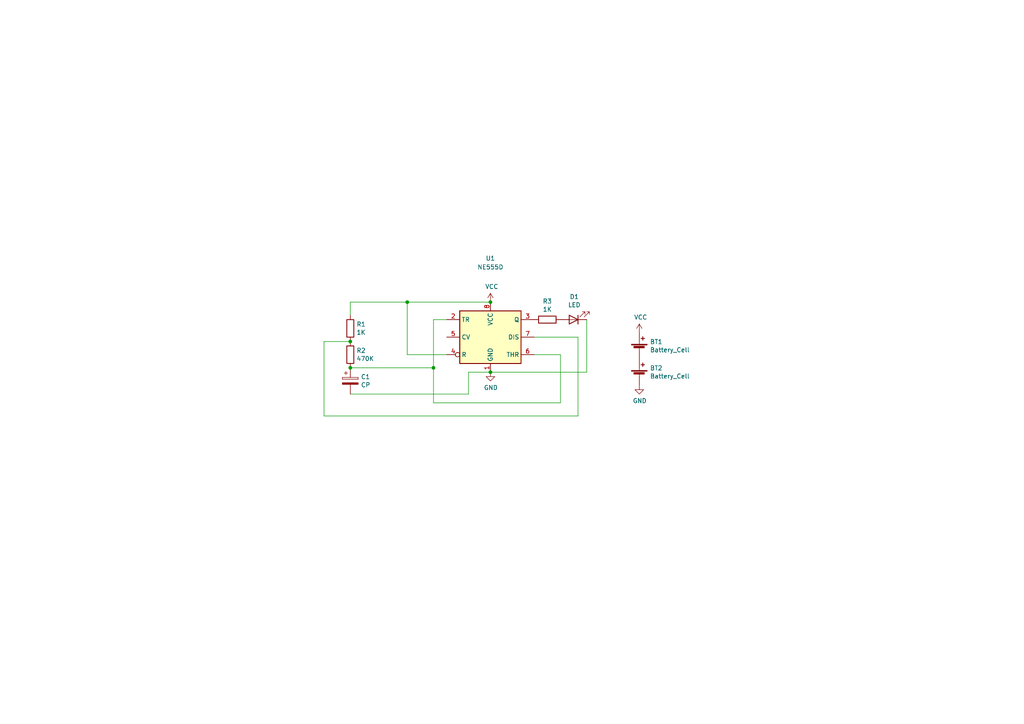
<source format=kicad_sch>
(kicad_sch (version 20211123) (generator eeschema)
  (paper "A4")
  (title_block (title "555 Timer LED Flasher") (date "2020-05-24") (rev "V1.0") (company "www.ArnabKumarDas.com") (comment 1 "Open Source Project"))
  (lib_symbols
    (symbol "555-Timer-LED-Flasher-rescue:CP-Device" (pin_numbers hide) (pin_names (offset 0.254))
      (property "Reference" "C" (at 0.635 2.54 0))
      (property "Value" "CP-Device" (at 0.635 -2.54 0))
      (symbol "CP-Device_0_1"
        (rectangle (start -2.286 0.508) (end -2.286 1.016))
        (rectangle (start -2.286 0.508) (end 2.286 0.508))
        (polyline (pts (xy -1.778 2.286) (xy -0.762 2.286)))
        (polyline (pts (xy -1.27 2.794) (xy -1.27 1.778)))
        (rectangle (start 2.286 -0.508) (end -2.286 -1.016) (fill (type outline)))
        (rectangle (start 2.286 1.016) (end -2.286 1.016))
        (rectangle (start 2.286 1.016) (end 2.286 0.508))
      )
      (symbol "CP-Device_1_1"
        (pin passive line (at 0 3.81 270) (length 2.794) (name "~") (number "1"))
        (pin passive line (at 0 -3.81 90) (length 2.794) (name "~") (number "2"))
      )
    )
    (symbol "555-Timer-LED-Flasher-rescue:NE555D-Timer"
      (property "Reference" "U" (at -10.16 8.89 0))
      (property "Value" "555-Timer-LED-Flasher-rescue_NE555D-Timer" (at 2.54 8.89 0))
      (symbol "NE555D-Timer_0_0"
        (pin power_in line (at 0 -10.16 90) (length 2.54) (name "GND") (number "1"))
        (pin power_in line (at 0 10.16 270) (length 2.54) (name "VCC") (number "8"))
      )
      (symbol "NE555D-Timer_0_1"
        (rectangle (start -8.89 -7.62) (end 8.89 7.62) (stroke (width 0.254)) (fill (type background)))
        (rectangle (start -8.89 -7.62) (end 8.89 7.62) (stroke (width 0.254)) (fill (type background)))
      )
      (symbol "NE555D-Timer_1_1"
        (pin input line (at -12.7 5.08 0) (length 3.81) (name "TR") (number "2"))
        (pin output line (at 12.7 5.08 180) (length 3.81) (name "Q") (number "3"))
        (pin input inverted (at -12.7 -5.08 0) (length 3.81) (name "R") (number "4"))
        (pin input line (at -12.7 0 0) (length 3.81) (name "CV") (number "5"))
        (pin input line (at 12.7 -5.08 180) (length 3.81) (name "THR") (number "6"))
        (pin input line (at 12.7 0 180) (length 3.81) (name "DIS") (number "7"))
      )
    )
    (symbol "Device:Battery_Cell" (pin_numbers hide) (pin_names (offset 0) hide)
      (property "Reference" "BT" (at 2.54 2.54 0))
      (property "Value" "Battery_Cell" (at 2.54 0 0))
      (symbol "Battery_Cell_0_1"
        (rectangle (start -2.286 1.778) (end 2.286 1.524) (fill (type outline)))
        (rectangle (start -1.5748 1.1938) (end 1.4732 0.6858) (fill (type outline)))
        (polyline (pts (xy 0 0.762) (xy 0 0)))
        (polyline (pts (xy 0 1.778) (xy 0 2.54)))
        (polyline (pts (xy 0.508 3.429) (xy 1.524 3.429)) (stroke (width 0.254)))
        (polyline (pts (xy 1.016 3.937) (xy 1.016 2.921)) (stroke (width 0.254)))
      )
      (symbol "Battery_Cell_1_1"
        (pin passive line (at 0 5.08 270) (length 2.54) (name "+") (number "1"))
        (pin passive line (at 0 -2.54 90) (length 2.54) (name "-") (number "2"))
      )
    )
    (symbol "Device:LED" (pin_numbers hide) (pin_names (offset 1.016) hide)
      (property "Reference" "D" (at 0 2.54 0))
      (property "Value" "LED" (at 0 -2.54 0))
      (symbol "LED_0_1"
        (polyline (pts (xy -1.27 -1.27) (xy -1.27 1.27)) (stroke (width 0.254)))
        (polyline (pts (xy -1.27 0) (xy 1.27 0)))
        (polyline (pts (xy 1.27 -1.27) (xy 1.27 1.27) (xy -1.27 0) (xy 1.27 -1.27)) (stroke (width 0.254)))
        (polyline (pts (xy -3.048 -0.762) (xy -4.572 -2.286) (xy -3.81 -2.286) (xy -4.572 -2.286) (xy -4.572 -1.524)))
        (polyline (pts (xy -1.778 -0.762) (xy -3.302 -2.286) (xy -2.54 -2.286) (xy -3.302 -2.286) (xy -3.302 -1.524)))
      )
      (symbol "LED_1_1"
        (pin passive line (at -3.81 0 0) (length 2.54) (name "K") (number "1"))
        (pin passive line (at 3.81 0 180) (length 2.54) (name "A") (number "2"))
      )
    )
    (symbol "Device:R" (pin_numbers hide) (pin_names (offset 0))
      (property "Reference" "R" (at 2.032 0 90))
      (property "Value" "R" (at 0 0 90))
      (symbol "R_0_1"
        (rectangle (start -1.016 -2.54) (end 1.016 2.54) (stroke (width 0.254)))
      )
      (symbol "R_1_1"
        (pin passive line (at 0 3.81 270) (length 1.27) (name "~") (number "1"))
        (pin passive line (at 0 -3.81 90) (length 1.27) (name "~") (number "2"))
      )
    )
    (symbol "power:GND" (power) (pin_names (offset 0))
      (property "Value" "GND" (at 0 -3.81 0))
      (symbol "GND_0_1"
        (polyline (pts (xy 0 0) (xy 0 -1.27) (xy 1.27 -1.27) (xy 0 -2.54) (xy -1.27 -1.27) (xy 0 -1.27)))
      )
      (symbol "GND_1_1"
        (pin power_in line (at 0 0 270) (length 0) hide (name "GND") (number "1"))
      )
    )
    (symbol "power:VCC" (power) (pin_names (offset 0))
      (property "Value" "VCC" (at 0 3.81 0))
      (symbol "VCC_0_1"
        (polyline (pts (xy -0.762 1.27) (xy 0 2.54)))
        (polyline (pts (xy 0 0) (xy 0 2.54)))
        (polyline (pts (xy 0 2.54) (xy 0.762 1.27)))
      )
      (symbol "VCC_1_1"
        (pin power_in line (at 0 0 90) (length 0) hide (name "VCC") (number "1"))
      )
    )
  )
  (junction (at 118.11 87.63))
  (junction (at 101.6 106.68))
  (junction (at 142.24 107.95))
  (junction (at 142.24 87.63))
  (junction (at 101.6 99.06))
  (junction (at 125.73 106.68))
  (wire (pts (xy 125.73 106.68) (xy 125.73 92.71)))
  (wire (pts (xy 118.11 87.63) (xy 142.24 87.63)))
  (wire (pts (xy 101.6 114.3) (xy 135.89 114.3)))
  (wire (pts (xy 93.98 120.65) (xy 167.64 120.65)))
  (wire (pts (xy 142.24 107.95) (xy 170.18 107.95)))
  (wire (pts (xy 135.89 114.3) (xy 135.89 107.95)))
  (wire (pts (xy 93.98 99.06) (xy 93.98 120.65)))
  (wire (pts (xy 125.73 116.84) (xy 125.73 106.68)))
  (wire (pts (xy 167.64 97.79) (xy 154.94 97.79)))
  (wire (pts (xy 162.56 116.84) (xy 125.73 116.84)))
  (wire (pts (xy 101.6 99.06) (xy 93.98 99.06)))
  (wire (pts (xy 129.54 102.87) (xy 118.11 102.87)))
  (wire (pts (xy 125.73 92.71) (xy 129.54 92.71)))
  (wire (pts (xy 101.6 91.44) (xy 101.6 87.63)))
  (wire (pts (xy 118.11 102.87) (xy 118.11 87.63)))
  (wire (pts (xy 170.18 107.95) (xy 170.18 92.71)))
  (wire (pts (xy 167.64 120.65) (xy 167.64 97.79)))
  (wire (pts (xy 162.56 102.87) (xy 162.56 116.84)))
  (wire (pts (xy 135.89 107.95) (xy 142.24 107.95)))
  (wire (pts (xy 154.94 102.87) (xy 162.56 102.87)))
  (wire (pts (xy 101.6 106.68) (xy 125.73 106.68)))
  (wire (pts (xy 101.6 87.63) (xy 118.11 87.63)))
  (symbol (lib_id "555-Timer-LED-Flasher-rescue:NE555D-Timer") (at 142.24 97.79 0) (unit 1)
    (property "Reference" "U1" (at 142.24 74.93 0))
    (property "Value" "NE555D" (at 142.24 77.47 0))
    (property "Footprint" "Package_SO:SOIC-8_3.9x4.9mm_P1.27mm" (effects hide))
    (property "Datasheet" "http://www.ti.com/lit/ds/symlink/ne555.pdf" (effects hide))
  )
  (symbol (lib_id "Device:R") (at 158.75 92.71 270) (unit 1)
    (property "Reference" "R3" (at 158.75 87.376 90))
    (property "Value" "1K" (at 158.75 89.7382 90))
    (property "Footprint" "Resistor_SMD:R_01005_0402Metric" (effects hide))
  )
  (symbol (lib_id "555-Timer-LED-Flasher-rescue:CP-Device") (at 101.6 110.49 0) (unit 1)
    (property "Reference" "C1" (at 104.6734 109.2962 0) (effects (justify left)))
    (property "Value" "CP" (at 104.6734 111.6584 0) (effects (justify left)))
    (property "Footprint" "Capacitor_SMD:CP_Elec_4x3" (effects hide))
  )
  (symbol (lib_id "Device:LED") (at 166.37 92.71 180) (unit 1)
    (property "Reference" "D1" (at 166.5732 86.0806 0))
    (property "Value" "LED" (at 166.5732 88.4428 0))
    (property "Footprint" "LED_SMD:LED_0805_2012Metric" (effects hide))
  )
  (symbol (lib_id "Device:R") (at 101.6 95.25 0) (unit 1)
    (property "Reference" "R1" (at 103.378 94.0562 0) (effects (justify left)))
    (property "Value" "1K" (at 103.378 96.4184 0) (effects (justify left)))
    (property "Footprint" "Resistor_SMD:R_01005_0402Metric" (effects hide))
  )
  (symbol (lib_id "Device:R") (at 101.6 102.87 0) (unit 1)
    (property "Reference" "R2" (at 103.378 101.6762 0) (effects (justify left)))
    (property "Value" "470K" (at 103.378 104.0384 0) (effects (justify left)))
    (property "Footprint" "Resistor_SMD:R_01005_0402Metric" (effects hide))
  )
  (symbol (lib_id "Device:Battery_Cell") (at 185.42 101.6 0) (unit 1)
    (property "Reference" "BT1" (at 188.4934 99.1362 0) (effects (justify left)))
    (property "Value" "Battery_Cell" (at 188.4934 101.4984 0) (effects (justify left)))
    (property "Footprint" "Battery:BatteryHolder_LINX_BAT-HLD-012-SMT" (effects hide))
  )
  (symbol (lib_id "Device:Battery_Cell") (at 185.42 109.22 0) (unit 1)
    (property "Reference" "BT2" (at 188.4934 106.7562 0) (effects (justify left)))
    (property "Value" "Battery_Cell" (at 188.4934 109.1184 0) (effects (justify left)))
    (property "Footprint" "Battery:BatteryHolder_LINX_BAT-HLD-012-SMT" (effects hide))
  )
  (symbol (lib_id "power:GND") (at 185.42 111.76 0) (unit 1)
    (property "Reference" "#PWR04" (effects hide))
    (property "Value" "GND" (at 185.547 116.2558 0))
  )
  (symbol (lib_id "power:VCC") (at 185.42 96.52 0) (unit 1)
    (property "Reference" "#PWR03" (effects hide))
    (property "Value" "VCC" (at 185.801 92.0242 0))
  )
  (symbol (lib_id "power:VCC") (at 142.24 87.63 0) (unit 1)
    (property "Reference" "#PWR01" (effects hide))
    (property "Value" "VCC" (at 142.621 83.1342 0))
  )
  (symbol (lib_id "power:GND") (at 142.24 107.95 0) (unit 1)
    (property "Reference" "#PWR02" (effects hide))
    (property "Value" "GND" (at 142.367 112.4458 0))
  )
)
</source>
